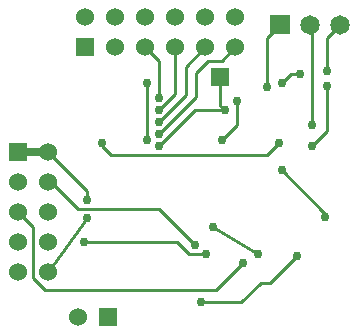
<source format=gbr>
G04 start of page 3 for group 1 idx 1 *
G04 Title: (unknown), bottom *
G04 Creator: pcb 20110918 *
G04 CreationDate: Fri 07 Mar 2014 04:06:25 AM GMT UTC *
G04 For: julien *
G04 Format: Gerber/RS-274X *
G04 PCB-Dimensions: 120000 113000 *
G04 PCB-Coordinate-Origin: lower left *
%MOIN*%
%FSLAX25Y25*%
%LNBOTTOM*%
%ADD101C,0.0430*%
%ADD100C,0.0380*%
%ADD99C,0.0900*%
%ADD98C,0.0140*%
%ADD97C,0.0300*%
%ADD96C,0.0650*%
%ADD95C,0.0600*%
%ADD94C,0.0001*%
%ADD93C,0.0250*%
%ADD92C,0.0100*%
G54D92*X86000Y19500D02*X89000D01*
X66000Y13000D02*X79500D01*
X86000Y19500D01*
X71000Y17000D02*X14000D01*
X10000Y21000D01*
X28000Y41000D02*X15000Y23000D01*
X10000Y21000D02*Y38000D01*
X5000Y43000D01*
X89000Y19500D02*X98000Y28500D01*
X107500Y41500D02*Y42500D01*
X93000Y57000D01*
X80000Y26000D02*X71000Y17000D01*
X85000Y29000D02*X70000Y38000D01*
X28000Y47000D02*Y50000D01*
X25000Y44000D02*X52000D01*
X64000Y32000D01*
X27000Y33000D02*X58000D01*
X62000Y29000D01*
X68000D01*
X28000Y50000D02*X15000Y63000D01*
Y53000D02*X16000D01*
X25000Y44000D01*
G54D93*X15500Y62500D02*X15000Y63000D01*
X5000D01*
G54D92*X33000Y66000D02*Y65000D01*
X36000Y62000D01*
X88000D01*
X92000Y66000D01*
X52000Y65000D02*X64000Y77000D01*
X48000Y67000D02*Y86000D01*
X52000Y69000D02*X64500Y81500D01*
X52000Y73000D02*X61000Y82000D01*
X52000Y77000D02*X57500Y82500D01*
X73000Y93500D02*X77500Y98000D01*
X74000Y77000D02*X72500Y78500D01*
Y88000D01*
X73000Y67000D02*X78000Y72000D01*
Y80000D01*
X72500Y84500D02*Y88000D01*
X64500Y89500D02*X68500Y93500D01*
X61000Y91500D02*X67500Y98000D01*
X61000Y82000D02*Y91500D01*
X57500Y82500D02*Y98000D01*
X68500Y93500D02*X73000D01*
X64000Y77000D02*X74000D01*
X64500Y89500D02*Y81500D01*
X52000Y81000D02*Y93500D01*
X47500Y98000D01*
X103000Y72000D02*Y105000D01*
Y65000D02*X108000Y70000D01*
Y85000D01*
X104000Y104000D02*X102500Y105500D01*
X103000Y105000D02*X102500Y105500D01*
X112500D02*X108000Y101000D01*
Y90000D01*
X92500Y105500D02*X93000Y105000D01*
X92500Y105500D02*X88000Y101000D01*
Y85000D01*
X93000Y86000D02*X96000Y89000D01*
X99000D01*
G54D94*G36*
X24500Y101000D02*Y95000D01*
X30500D01*
Y101000D01*
X24500D01*
G37*
G54D95*X37500Y98000D03*
X47500D03*
X27500Y108000D03*
X37500D03*
X47500D03*
X57500D03*
X67500D03*
X77500D03*
X57500Y98000D03*
X67500D03*
X77500D03*
G54D94*G36*
X69500Y91000D02*Y85000D01*
X75500D01*
Y91000D01*
X69500D01*
G37*
G36*
X89250Y108750D02*Y102250D01*
X95750D01*
Y108750D01*
X89250D01*
G37*
G54D96*X102500Y105500D03*
X112500D03*
G54D95*X5000Y43000D03*
X15000D03*
X5000Y33000D03*
X15000D03*
G54D94*G36*
X2000Y66000D02*Y60000D01*
X8000D01*
Y66000D01*
X2000D01*
G37*
G54D95*X15000Y63000D03*
X5000Y53000D03*
X15000D03*
X5000Y23000D03*
X15000D03*
G54D94*G36*
X32000Y11000D02*Y5000D01*
X38000D01*
Y11000D01*
X32000D01*
G37*
G54D95*X25000Y8000D03*
G54D97*X28000Y47000D03*
Y41000D03*
X27000Y33000D03*
X33000Y66000D03*
X67874Y28874D03*
X80000Y26000D03*
X85000Y29000D03*
X98000Y28500D03*
X64000Y32000D03*
X66000Y13000D03*
X70000Y38000D03*
X107500Y41500D03*
X103000Y65000D03*
X93000Y57000D03*
X52000Y81000D03*
Y65000D03*
X48000Y67000D03*
X52000Y69000D03*
Y73000D03*
Y77000D03*
X108000Y85000D03*
Y90000D03*
X103000Y72000D03*
X92000Y66000D03*
X74000Y77000D03*
X78000Y80000D03*
X73000Y67000D03*
X93000Y86000D03*
X88000Y84584D03*
X99000Y89000D03*
X48000Y86000D03*
G54D98*G54D99*G54D98*G54D99*G54D98*G54D100*G54D101*G54D100*M02*

</source>
